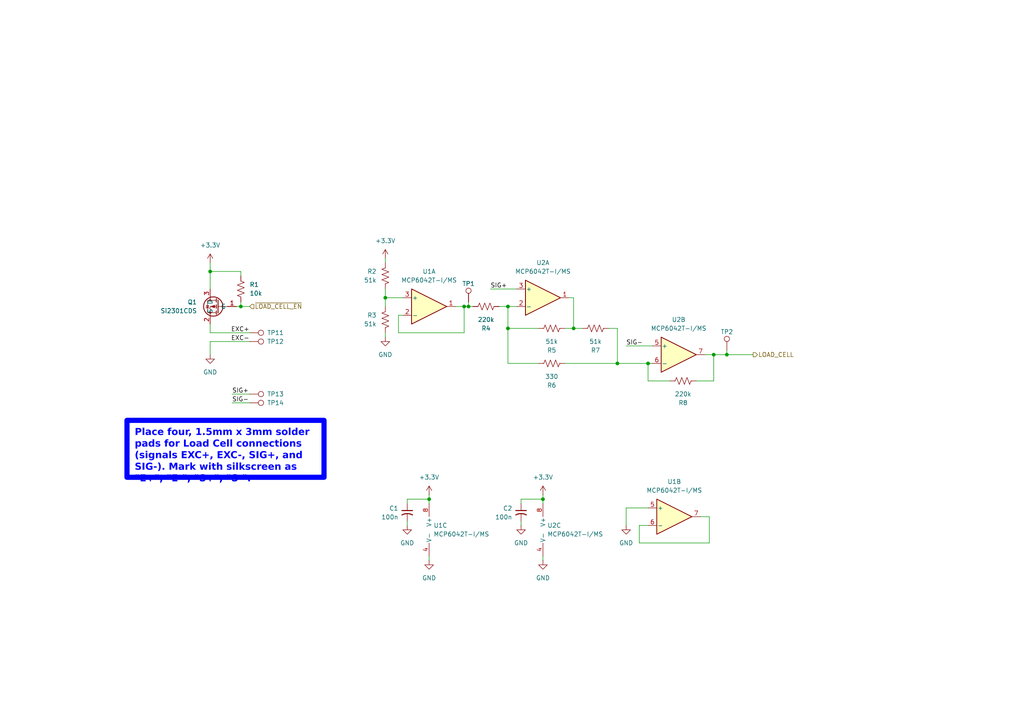
<source format=kicad_sch>
(kicad_sch (version 20250114) (generator "eeschema") (generator_version "9.0")
  (paper "A4")
  (title_block (title "Load Cell Amp") (rev "${REVISION}") (company "${COMPANY}"))
  (lib_symbols
    (symbol "Amplifier_Operational:MCP6L02x-xMS" (pin_names (offset 0.127))
      (property "Reference" "U" (at 2.54 6.35 0))
      (property "Value" "MCP6L02x-xMS" (at 2.54 3.81 0))
      (symbol "MCP6L02x-xMS_1_1"
        (polyline (pts (xy 5.08 0) (xy -5.08 5.08) (xy -5.08 -5.08) (xy 5.08 0)) (stroke (width 0.254)) (fill (type background)))
        (pin input line (at -7.62 2.54 0) (length 2.54) (name "+") (number "3"))
        (pin input line (at -7.62 -2.54 0) (length 2.54) (name "-") (number "2"))
        (pin output line (at 7.62 0 180) (length 2.54) (name "~") (number "1"))
      )
      (symbol "MCP6L02x-xMS_2_1"
        (polyline (pts (xy 5.08 0) (xy -5.08 5.08) (xy -5.08 -5.08) (xy 5.08 0)) (stroke (width 0.254)) (fill (type background)))
        (pin input line (at -7.62 2.54 0) (length 2.54) (name "+") (number "5"))
        (pin input line (at -7.62 -2.54 0) (length 2.54) (name "-") (number "6"))
        (pin output line (at 7.62 0 180) (length 2.54) (name "~") (number "7"))
      )
      (symbol "MCP6L02x-xMS_3_1"
        (pin power_in line (at 0 7.62 270) (length 3.81) (name "V+") (number "8"))
        (pin power_in line (at 0 -7.62 90) (length 3.81) (name "V-") (number "4"))
      )
    )
    (symbol "Asym_Transistor_FET:Si2301CDS"
      (property "Reference" "Q" (at 2.54 2.032 0))
      (property "Value" "Si2301CDS" (at 2.54 0 0))
      (symbol "Si2301CDS_0_1"
        (polyline (pts (xy -2.286 1.905) (xy -2.286 -1.905)) (stroke (width 0.254)))
        (polyline (pts (xy -2.286 0) (xy -5.08 0)))
        (polyline (pts (xy -1.778 2.286) (xy -1.778 1.27)) (stroke (width 0.254)))
        (polyline (pts (xy -1.778 1.778) (xy 0.762 1.778) (xy 0.762 -1.778) (xy -1.778 -1.778)))
        (polyline (pts (xy -1.778 0.508) (xy -1.778 -0.508)) (stroke (width 0.254)))
        (polyline (pts (xy -1.778 -1.27) (xy -1.778 -2.286)) (stroke (width 0.254)))
        (circle (center -0.889 0) (radius 2.794) (stroke (width 0.254)))
        (polyline (pts (xy -0.254 0) (xy -1.27 0.381) (xy -1.27 -0.381) (xy -0.254 0)) (fill (type outline)))
        (polyline (pts (xy 0 2.54) (xy 0 1.778)))
        (circle (center 0 1.778) (radius 0.254) (fill (type outline)))
        (circle (center 0 -1.778) (radius 0.254) (fill (type outline)))
        (polyline (pts (xy 0 -2.54) (xy 0 0) (xy -1.778 0)))
        (polyline (pts (xy 0.254 -0.508) (xy 0.381 -0.381) (xy 1.143 -0.381) (xy 1.27 -0.254)))
        (polyline (pts (xy 0.762 -0.381) (xy 0.381 0.254) (xy 1.143 0.254) (xy 0.762 -0.381)))
      )
      (symbol "Si2301CDS_1_1"
        (pin input line (at -7.62 0 0) (length 2.54) (name "G") (number "1"))
        (pin passive line (at 0 5.08 270) (length 2.54) (name "D") (number "3"))
        (pin passive line (at 0 -5.08 90) (length 2.54) (name "S") (number "2"))
      )
    )
    (symbol "Connector:TestPoint" (pin_numbers (hide yes)) (pin_names (offset 0.762) (hide yes))
      (property "Reference" "TP" (at 0 6.858 0))
      (property "Value" "TestPoint" (at 0 5.08 0))
      (symbol "TestPoint_0_1"
        (circle (center 0 3.302) (radius 0.762))
      )
      (symbol "TestPoint_1_1"
        (pin passive line (at 0 0 90) (length 2.54) (name "1") (number "1"))
      )
    )
    (symbol "Device:C_Small_US" (pin_numbers (hide yes)) (pin_names (offset 0.254) (hide yes))
      (property "Reference" "C" (at 0.254 1.778 0))
      (property "Value" "C_Small_US" (at 0.254 -2.032 0))
      (symbol "C_Small_US_0_1"
        (polyline (pts (xy -1.524 0.508) (xy 1.524 0.508)) (stroke (width 0.3048)))
        (arc (start -1.524 -0.762) (mid 0 -0.3734) (end 1.524 -0.762) (stroke (width 0.3048)))
      )
      (symbol "C_Small_US_1_1"
        (pin passive line (at 0 2.54 270) (length 2.032) (name "~") (number "1"))
        (pin passive line (at 0 -2.54 90) (length 2.032) (name "~") (number "2"))
      )
    )
    (symbol "Device:R_US" (pin_numbers (hide yes)) (pin_names (offset 0))
      (property "Reference" "R" (at 2.54 0 90))
      (property "Value" "R_US" (at -2.54 0 90))
      (symbol "R_US_0_1"
        (polyline (pts (xy 0 2.286) (xy 0 2.54)))
        (polyline (pts (xy 0 2.286) (xy 1.016 1.905) (xy 0 1.524) (xy -1.016 1.143) (xy 0 0.762)))
        (polyline (pts (xy 0 0.762) (xy 1.016 0.381) (xy 0 0) (xy -1.016 -0.381) (xy 0 -0.762)))
        (polyline (pts (xy 0 -0.762) (xy 1.016 -1.143) (xy 0 -1.524) (xy -1.016 -1.905) (xy 0 -2.286)))
        (polyline (pts (xy 0 -2.286) (xy 0 -2.54)))
      )
      (symbol "R_US_1_1"
        (pin passive line (at 0 3.81 270) (length 1.27) (name "~") (number "1"))
        (pin passive line (at 0 -3.81 90) (length 1.27) (name "~") (number "2"))
      )
    )
    (symbol "power:+3.3V" (power) (pin_numbers (hide yes)) (pin_names (offset 0) (hide yes))
      (property "Value" "+3.3V" (at 0 3.556 0))
      (symbol "+3.3V_0_1"
        (polyline (pts (xy -0.762 1.27) (xy 0 2.54)))
        (polyline (pts (xy 0 2.54) (xy 0.762 1.27)))
        (polyline (pts (xy 0 0) (xy 0 2.54)))
      )
      (symbol "+3.3V_1_1"
        (pin power_in line (at 0 0 90) (length 0) (name "~") (number "1"))
      )
    )
    (symbol "power:GND" (power) (pin_numbers (hide yes)) (pin_names (offset 0) (hide yes))
      (property "Value" "GND" (at 0 -3.81 0))
      (symbol "GND_0_1"
        (polyline (pts (xy 0 0) (xy 0 -1.27) (xy 1.27 -1.27) (xy 0 -2.54) (xy -1.27 -1.27) (xy 0 -1.27)))
      )
      (symbol "GND_1_1"
        (pin power_in line (at 0 0 270) (length 0) (name "~") (number "1"))
      )
    )
  )
  (text_box "Place four, 1.5mm x 3mm solder pads for Load Cell connections (signals EXC+, EXC-, SIG+, and SIG-). Mark with silkscreen as \"E+\", \"E-\", \"S+\", \"S-\"." (at 36.83 121.92 0) (size 57.15 16.51) (margins 2.25 2.25 2.25 2.25) (stroke (width 1.5) (color 0 0 255 1)) (effects (font (size 2 2) (thickness 0.4) (bold yes)) (justify left top)))
  (junction (at 147.32 95.25))
  (junction (at 157.48 144.78))
  (junction (at 166.37 95.25))
  (junction (at 69.85 88.9))
  (junction (at 147.32 88.9))
  (junction (at 210.82 102.87))
  (junction (at 60.96 78.74))
  (junction (at 187.96 105.41))
  (junction (at 111.76 86.36))
  (junction (at 207.01 102.87))
  (junction (at 135.89 88.9))
  (junction (at 124.46 144.78))
  (junction (at 134.62 88.9))
  (junction (at 179.07 105.41))
  (wire (pts (xy 157.48 161.29) (xy 157.48 162.56)))
  (wire (pts (xy 181.61 100.33) (xy 189.23 100.33)))
  (wire (pts (xy 207.01 102.87) (xy 207.01 110.49)))
  (wire (pts (xy 165.1 86.36) (xy 166.37 86.36)))
  (wire (pts (xy 72.39 99.06) (xy 60.96 99.06)))
  (wire (pts (xy 134.62 96.52) (xy 134.62 88.9)))
  (wire (pts (xy 118.11 146.05) (xy 118.11 144.78)))
  (wire (pts (xy 204.47 102.87) (xy 207.01 102.87)))
  (wire (pts (xy 185.42 152.4) (xy 187.96 152.4)))
  (wire (pts (xy 147.32 95.25) (xy 147.32 88.9)))
  (wire (pts (xy 118.11 151.13) (xy 118.11 152.4)))
  (wire (pts (xy 134.62 88.9) (xy 135.89 88.9)))
  (wire (pts (xy 115.57 96.52) (xy 134.62 96.52)))
  (wire (pts (xy 147.32 88.9) (xy 149.86 88.9)))
  (wire (pts (xy 111.76 86.36) (xy 111.76 83.82)))
  (wire (pts (xy 205.74 149.86) (xy 205.74 157.48)))
  (wire (pts (xy 187.96 110.49) (xy 187.96 105.41)))
  (wire (pts (xy 67.31 114.3) (xy 72.39 114.3)))
  (wire (pts (xy 116.84 86.36) (xy 111.76 86.36)))
  (wire (pts (xy 179.07 105.41) (xy 187.96 105.41)))
  (wire (pts (xy 210.82 101.6) (xy 210.82 102.87)))
  (wire (pts (xy 60.96 93.98) (xy 60.96 96.52)))
  (wire (pts (xy 144.78 88.9) (xy 147.32 88.9)))
  (wire (pts (xy 179.07 95.25) (xy 176.53 95.25)))
  (wire (pts (xy 60.96 99.06) (xy 60.96 102.87)))
  (wire (pts (xy 151.13 151.13) (xy 151.13 152.4)))
  (wire (pts (xy 205.74 157.48) (xy 185.42 157.48)))
  (wire (pts (xy 60.96 78.74) (xy 60.96 83.82)))
  (wire (pts (xy 135.89 88.9) (xy 137.16 88.9)))
  (wire (pts (xy 124.46 161.29) (xy 124.46 162.56)))
  (wire (pts (xy 142.24 83.82) (xy 149.86 83.82)))
  (wire (pts (xy 163.83 105.41) (xy 179.07 105.41)))
  (wire (pts (xy 210.82 102.87) (xy 207.01 102.87)))
  (wire (pts (xy 157.48 144.78) (xy 157.48 146.05)))
  (wire (pts (xy 124.46 144.78) (xy 124.46 146.05)))
  (wire (pts (xy 179.07 105.41) (xy 179.07 95.25)))
  (wire (pts (xy 115.57 91.44) (xy 115.57 96.52)))
  (wire (pts (xy 166.37 86.36) (xy 166.37 95.25)))
  (wire (pts (xy 60.96 96.52) (xy 72.39 96.52)))
  (wire (pts (xy 207.01 110.49) (xy 201.93 110.49)))
  (wire (pts (xy 69.85 88.9) (xy 72.39 88.9)))
  (wire (pts (xy 157.48 143.51) (xy 157.48 144.78)))
  (wire (pts (xy 118.11 144.78) (xy 124.46 144.78)))
  (wire (pts (xy 156.21 95.25) (xy 147.32 95.25)))
  (wire (pts (xy 185.42 157.48) (xy 185.42 152.4)))
  (wire (pts (xy 69.85 78.74) (xy 60.96 78.74)))
  (wire (pts (xy 156.21 105.41) (xy 147.32 105.41)))
  (wire (pts (xy 166.37 95.25) (xy 168.91 95.25)))
  (wire (pts (xy 166.37 95.25) (xy 163.83 95.25)))
  (wire (pts (xy 187.96 147.32) (xy 181.61 147.32)))
  (wire (pts (xy 111.76 74.93) (xy 111.76 76.2)))
  (wire (pts (xy 67.31 116.84) (xy 72.39 116.84)))
  (wire (pts (xy 181.61 147.32) (xy 181.61 152.4)))
  (wire (pts (xy 194.31 110.49) (xy 187.96 110.49)))
  (wire (pts (xy 116.84 91.44) (xy 115.57 91.44)))
  (wire (pts (xy 203.2 149.86) (xy 205.74 149.86)))
  (wire (pts (xy 132.08 88.9) (xy 134.62 88.9)))
  (wire (pts (xy 60.96 76.2) (xy 60.96 78.74)))
  (wire (pts (xy 111.76 86.36) (xy 111.76 88.9)))
  (wire (pts (xy 135.89 87.63) (xy 135.89 88.9)))
  (wire (pts (xy 111.76 96.52) (xy 111.76 97.79)))
  (wire (pts (xy 124.46 143.51) (xy 124.46 144.78)))
  (wire (pts (xy 151.13 146.05) (xy 151.13 144.78)))
  (wire (pts (xy 147.32 105.41) (xy 147.32 95.25)))
  (wire (pts (xy 69.85 80.01) (xy 69.85 78.74)))
  (wire (pts (xy 68.58 88.9) (xy 69.85 88.9)))
  (wire (pts (xy 210.82 102.87) (xy 218.44 102.87)))
  (wire (pts (xy 151.13 144.78) (xy 157.48 144.78)))
  (wire (pts (xy 69.85 87.63) (xy 69.85 88.9)))
  (wire (pts (xy 187.96 105.41) (xy 189.23 105.41)))
  (label "EXC+" (at 72.39 96.52 180))
  (label "SIG-" (at 67.31 116.84 0))
  (label "SIG+" (at 67.31 114.3 0))
  (label "SIG+" (at 142.24 83.82 0))
  (label "SIG-" (at 181.61 100.33 0))
  (label "EXC-" (at 72.39 99.06 180))
  (hierarchical_label "LOAD_CELL" (shape output) (at 218.44 102.87 0))
  (hierarchical_label "~{LOAD_CELL_EN}" (shape input) (at 72.39 88.9 0))
  (symbol (lib_id "power:GND") (at 118.11 152.4 0) (unit 1)
    (property "Reference" "#PWR06" (effects (hide yes)))
    (property "Value" "GND" (at 118.11 157.48 0))
    (property "Description" "Power symbol creates a global label with name \"GND\" , ground" (effects (hide yes)))
  )
  (symbol (lib_id "Amplifier_Operational:MCP6L02x-xMS") (at 124.46 88.9 0) (unit 1)
    (property "Reference" "U1" (at 124.46 78.74 0))
    (property "Value" "MCP6042T-I/MS" (at 124.46 81.28 0))
    (property "Footprint" "Package_SO:MSOP-8_3x3mm_P0.65mm" (effects (hide yes)))
    (property "Datasheet" "http://ww1.microchip.com/downloads/en/devicedoc/22140b.pdf" (effects (hide yes)))
    (property "Description" "Dual, 1 MHz, 85µA, Rail-to-Rail input and output, MSOP-8" (effects (hide yes)))
    (property "LCSC" "C627438" (effects (hide yes)))
    (property "Manufacturer" "Microchip" (effects (hide yes)))
    (property "Manufacturer PN" "MCP6042-I/MS" (effects (hide yes)))
  )
  (symbol (lib_id "Amplifier_Operational:MCP6L02x-xMS") (at 195.58 149.86 0) (unit 2)
    (property "Reference" "U1" (at 195.58 139.7 0))
    (property "Value" "MCP6042T-I/MS" (at 195.58 142.24 0))
    (property "Footprint" "Package_SO:MSOP-8_3x3mm_P0.65mm" (effects (hide yes)))
    (property "Datasheet" "http://ww1.microchip.com/downloads/en/devicedoc/22140b.pdf" (effects (hide yes)))
    (property "Description" "Dual, 1 MHz, 85µA, Rail-to-Rail input and output, MSOP-8" (effects (hide yes)))
    (property "LCSC" "C627438" (effects (hide yes)))
    (property "Manufacturer" "Microchip" (effects (hide yes)))
    (property "Manufacturer PN" "MCP6042-I/MS" (effects (hide yes)))
  )
  (symbol (lib_id "Amplifier_Operational:MCP6L02x-xMS") (at 124.46 153.67 0) (unit 3)
    (property "Reference" "U1" (at 125.73 152.3999 0) (effects (justify left)))
    (property "Value" "MCP6042T-I/MS" (at 125.73 154.9399 0) (effects (justify left)))
    (property "Footprint" "Package_SO:MSOP-8_3x3mm_P0.65mm" (effects (hide yes)))
    (property "Datasheet" "http://ww1.microchip.com/downloads/en/devicedoc/22140b.pdf" (effects (hide yes)))
    (property "Description" "Dual, 1 MHz, 85µA, Rail-to-Rail input and output, MSOP-8" (effects (hide yes)))
    (property "LCSC" "C627438" (effects (hide yes)))
    (property "Manufacturer" "Microchip" (effects (hide yes)))
    (property "Manufacturer PN" "MCP6042-I/MS" (effects (hide yes)))
  )
  (symbol (lib_id "Connector:TestPoint") (at 72.39 116.84 270) (unit 1)
    (property "Reference" "TP14" (at 77.47 116.84 90) (effects (justify left)))
    (property "Value" "TestPoint" (effects (hide yes)))
    (property "Footprint" "Connector_Wire:SolderWirePad_1x01_SMD_2x4mm" (effects (hide yes)))
    (property "Description" "test point" (effects (hide yes)))
  )
  (symbol (lib_id "Device:R_US") (at 111.76 92.71 0) (mirror x) (unit 1)
    (property "Reference" "R3" (at 109.22 91.4399 0) (effects (justify right)))
    (property "Value" "51k" (at 109.22 93.9799 0) (effects (justify right)))
    (property "Footprint" "Resistor_SMD:R_0603_1608Metric" (effects (hide yes)))
    (property "Datasheet" "https://www.royalohm.com/assets/pdf/products/smd/1.pdf" (effects (hide yes)))
    (property "Description" "Resistor, US symbol" (effects (hide yes)))
    (property "Manufacturer" "Uni-Royal" (effects (hide yes)))
    (property "Manufacturer PN" "0603WAF5102T5E" (effects (hide yes)))
    (property "LCSC" "C23196" (effects (hide yes)))
  )
  (symbol (lib_id "power:+3.3V") (at 157.48 143.51 0) (unit 1)
    (property "Reference" "#PWR010" (effects (hide yes)))
    (property "Value" "+3.3V" (at 157.48 138.43 0))
    (property "Description" "Power symbol creates a global label with name \"+3.3V\"" (effects (hide yes)))
  )
  (symbol (lib_id "power:GND") (at 151.13 152.4 0) (unit 1)
    (property "Reference" "#PWR09" (effects (hide yes)))
    (property "Value" "GND" (at 151.13 157.48 0))
    (property "Description" "Power symbol creates a global label with name \"GND\" , ground" (effects (hide yes)))
  )
  (symbol (lib_id "Connector:TestPoint") (at 72.39 99.06 270) (unit 1)
    (property "Reference" "TP12" (at 77.47 99.06 90) (effects (justify left)))
    (property "Value" "TestPoint" (effects (hide yes)))
    (property "Footprint" "Connector_Wire:SolderWirePad_1x01_SMD_2x4mm" (effects (hide yes)))
    (property "Description" "test point" (effects (hide yes)))
  )
  (symbol (lib_id "Amplifier_Operational:MCP6L02x-xMS") (at 196.85 102.87 0) (unit 2)
    (property "Reference" "U2" (at 196.85 92.71 0))
    (property "Value" "MCP6042T-I/MS" (at 196.85 95.25 0))
    (property "Footprint" "Package_SO:MSOP-8_3x3mm_P0.65mm" (effects (hide yes)))
    (property "Datasheet" "http://ww1.microchip.com/downloads/en/devicedoc/22140b.pdf" (effects (hide yes)))
    (property "Description" "Dual, 1 MHz, 85µA, Rail-to-Rail input and output, MSOP-8" (effects (hide yes)))
    (property "LCSC" "C627438" (effects (hide yes)))
    (property "Manufacturer" "Microchip" (effects (hide yes)))
    (property "Manufacturer PN" "MCP6042-I/MS" (effects (hide yes)))
  )
  (symbol (lib_id "Device:R_US") (at 140.97 88.9 270) (unit 1)
    (property "Reference" "R4" (at 140.97 95.25 90))
    (property "Value" "220k" (at 140.97 92.71 90))
    (property "Footprint" "Resistor_SMD:R_0603_1608Metric" (effects (hide yes)))
    (property "Datasheet" "https://www.royalohm.com/assets/pdf/products/smd/1.pdf" (effects (hide yes)))
    (property "Description" "Resistor, US symbol" (effects (hide yes)))
    (property "Manufacturer" "Uni-Royal" (effects (hide yes)))
    (property "Manufacturer PN" "0603WAF2203T5E" (effects (hide yes)))
    (property "LCSC" "C22961" (effects (hide yes)))
  )
  (symbol (lib_id "Asym_Transistor_FET:Si2301CDS") (at 60.96 88.9 0) (mirror y) (unit 1)
    (property "Reference" "Q1" (at 57.15 87.6299 0) (effects (justify left)))
    (property "Value" "Si2301CDS" (at 57.15 90.1699 0) (effects (justify left)))
    (property "Footprint" "Package_TO_SOT_SMD:SOT-23" (effects (hide yes)))
    (property "Datasheet" "https://www.vishay.com/doc/?68741" (effects (hide yes)))
    (property "Description" "-3.1A Id, -20V Vds, P-Channel MOSFET, SOT-23" (effects (hide yes)))
    (property "Manufacturer" "Vishay" (effects (hide yes)))
    (property "Manufacturer PN" "Si2301CDS-T1-GE3" (effects (hide yes)))
    (property "LCSC" "C10487" (effects (hide yes)))
  )
  (symbol (lib_id "Device:R_US") (at 198.12 110.49 270) (unit 1)
    (property "Reference" "R8" (at 198.12 116.84 90))
    (property "Value" "220k" (at 198.12 114.3 90))
    (property "Footprint" "Resistor_SMD:R_0603_1608Metric" (effects (hide yes)))
    (property "Datasheet" "https://www.royalohm.com/assets/pdf/products/smd/1.pdf" (effects (hide yes)))
    (property "Description" "Resistor, US symbol" (effects (hide yes)))
    (property "Manufacturer" "Uni-Royal" (effects (hide yes)))
    (property "Manufacturer PN" "0603WAF2203T5E" (effects (hide yes)))
    (property "LCSC" "C22961" (effects (hide yes)))
  )
  (symbol (lib_id "power:+3.3V") (at 111.76 74.93 0) (unit 1)
    (property "Reference" "#PWR04" (effects (hide yes)))
    (property "Value" "+3.3V" (at 111.76 69.85 0))
    (property "Description" "Power symbol creates a global label with name \"+3.3V\"" (effects (hide yes)))
  )
  (symbol (lib_id "power:+3.3V") (at 60.96 76.2 0) (unit 1)
    (property "Reference" "#PWR02" (effects (hide yes)))
    (property "Value" "+3.3V" (at 60.96 71.12 0))
    (property "Description" "Power symbol creates a global label with name \"+3.3V\"" (effects (hide yes)))
  )
  (symbol (lib_id "Device:C_Small_US") (at 118.11 148.59 0) (mirror y) (unit 1)
    (property "Reference" "C1" (at 115.57 147.4469 0) (effects (justify left)))
    (property "Value" "100n" (at 115.57 149.9869 0) (effects (justify left)))
    (property "Footprint" "Capacitor_SMD:C_0603_1608Metric" (effects (hide yes)))
    (property "Datasheet" "https://yageogroup.com/download/specsheet/CC0603KRX7R9BB104" (effects (hide yes)))
    (property "Description" "capacitor, small US symbol" (effects (hide yes)))
    (property "Manufacturer" "YAGEO" (effects (hide yes)))
    (property "Manufacturer PN" "CC0603KRX7R9BB104" (effects (hide yes)))
    (property "LCSC" "C14663" (effects (hide yes)))
  )
  (symbol (lib_id "Connector:TestPoint") (at 72.39 114.3 270) (unit 1)
    (property "Reference" "TP13" (at 77.47 114.3 90) (effects (justify left)))
    (property "Value" "TestPoint" (effects (hide yes)))
    (property "Footprint" "Connector_Wire:SolderWirePad_1x01_SMD_2x4mm" (effects (hide yes)))
    (property "Description" "test point" (effects (hide yes)))
  )
  (symbol (lib_id "Amplifier_Operational:MCP6L02x-xMS") (at 157.48 153.67 0) (unit 3)
    (property "Reference" "U2" (at 158.75 152.3999 0) (effects (justify left)))
    (property "Value" "MCP6042T-I/MS" (at 158.75 154.9399 0) (effects (justify left)))
    (property "Footprint" "Package_SO:MSOP-8_3x3mm_P0.65mm" (effects (hide yes)))
    (property "Datasheet" "http://ww1.microchip.com/downloads/en/devicedoc/22140b.pdf" (effects (hide yes)))
    (property "Description" "Dual, 1 MHz, 85µA, Rail-to-Rail input and output, MSOP-8" (effects (hide yes)))
    (property "LCSC" "C627438" (effects (hide yes)))
    (property "Manufacturer" "Microchip" (effects (hide yes)))
    (property "Manufacturer PN" "MCP6042-I/MS" (effects (hide yes)))
  )
  (symbol (lib_id "power:GND") (at 60.96 102.87 0) (unit 1)
    (property "Reference" "#PWR03" (effects (hide yes)))
    (property "Value" "GND" (at 60.96 107.95 0))
    (property "Description" "Power symbol creates a global label with name \"GND\" , ground" (effects (hide yes)))
  )
  (symbol (lib_id "Device:R_US") (at 172.72 95.25 270) (unit 1)
    (property "Reference" "R7" (at 172.72 101.6 90))
    (property "Value" "51k" (at 172.72 99.06 90))
    (property "Footprint" "Resistor_SMD:R_0603_1608Metric" (effects (hide yes)))
    (property "Datasheet" "https://www.royalohm.com/assets/pdf/products/smd/1.pdf" (effects (hide yes)))
    (property "Description" "Resistor, US symbol" (effects (hide yes)))
    (property "Manufacturer" "Uni-Royal" (effects (hide yes)))
    (property "Manufacturer PN" "0603WAF5102T5E" (effects (hide yes)))
    (property "LCSC" "C23196" (effects (hide yes)))
  )
  (symbol (lib_id "Device:C_Small_US") (at 151.13 148.59 0) (mirror y) (unit 1)
    (property "Reference" "C2" (at 148.59 147.4469 0) (effects (justify left)))
    (property "Value" "100n" (at 148.59 149.9869 0) (effects (justify left)))
    (property "Footprint" "Capacitor_SMD:C_0603_1608Metric" (effects (hide yes)))
    (property "Datasheet" "https://yageogroup.com/download/specsheet/CC0603KRX7R9BB104" (effects (hide yes)))
    (property "Description" "capacitor, small US symbol" (effects (hide yes)))
    (property "Manufacturer" "YAGEO" (effects (hide yes)))
    (property "Manufacturer PN" "CC0603KRX7R9BB104" (effects (hide yes)))
    (property "LCSC" "C14663" (effects (hide yes)))
  )
  (symbol (lib_id "power:GND") (at 111.76 97.79 0) (unit 1)
    (property "Reference" "#PWR05" (effects (hide yes)))
    (property "Value" "GND" (at 111.76 102.87 0))
    (property "Description" "Power symbol creates a global label with name \"GND\" , ground" (effects (hide yes)))
  )
  (symbol (lib_id "Amplifier_Operational:MCP6L02x-xMS") (at 157.48 86.36 0) (unit 1)
    (property "Reference" "U2" (at 157.48 76.2 0))
    (property "Value" "MCP6042T-I/MS" (at 157.48 78.74 0))
    (property "Footprint" "Package_SO:MSOP-8_3x3mm_P0.65mm" (effects (hide yes)))
    (property "Datasheet" "http://ww1.microchip.com/downloads/en/devicedoc/22140b.pdf" (effects (hide yes)))
    (property "Description" "Dual, 1 MHz, 85µA, Rail-to-Rail input and output, MSOP-8" (effects (hide yes)))
    (property "LCSC" "C627438" (effects (hide yes)))
    (property "Manufacturer" "Microchip" (effects (hide yes)))
    (property "Manufacturer PN" "MCP6042-I/MS" (effects (hide yes)))
  )
  (symbol (lib_id "power:GND") (at 124.46 162.56 0) (unit 1)
    (property "Reference" "#PWR08" (effects (hide yes)))
    (property "Value" "GND" (at 124.46 167.64 0))
    (property "Description" "Power symbol creates a global label with name \"GND\" , ground" (effects (hide yes)))
  )
  (symbol (lib_id "Device:R_US") (at 69.85 83.82 0) (unit 1)
    (property "Reference" "R1" (at 72.39 82.5499 0) (effects (justify left)))
    (property "Value" "10k" (at 72.39 85.0899 0) (effects (justify left)))
    (property "Footprint" "Resistor_SMD:R_0603_1608Metric" (effects (hide yes)))
    (property "Datasheet" "https://www.royalohm.com/assets/pdf/products/smd/1.pdf" (effects (hide yes)))
    (property "Description" "Resistor, US symbol" (effects (hide yes)))
    (property "Manufacturer" "Uni-Royal" (effects (hide yes)))
    (property "Manufacturer PN" "0603WAF1002T5E" (effects (hide yes)))
    (property "LCSC" "C25804" (effects (hide yes)))
  )
  (symbol (lib_id "Connector:TestPoint") (at 72.39 96.52 270) (unit 1)
    (property "Reference" "TP11" (at 77.47 96.52 90) (effects (justify left)))
    (property "Value" "TestPoint" (effects (hide yes)))
    (property "Footprint" "Connector_Wire:SolderWirePad_1x01_SMD_2x4mm" (effects (hide yes)))
    (property "Description" "test point" (effects (hide yes)))
  )
  (symbol (lib_id "Connector:TestPoint") (at 210.82 101.6 0) (unit 1)
    (property "Reference" "TP2" (at 210.82 96.266 0))
    (property "Value" "TestPoint" (effects (hide yes)))
    (property "Footprint" "TestPoint:TestPoint_Pad_D1.5mm" (effects (hide yes)))
    (property "Description" "test point" (effects (hide yes)))
  )
  (symbol (lib_id "Device:R_US") (at 160.02 105.41 270) (unit 1)
    (property "Reference" "R6" (at 160.02 111.76 90))
    (property "Value" "330" (at 160.02 109.22 90))
    (property "Footprint" "Resistor_SMD:R_0603_1608Metric" (effects (hide yes)))
    (property "Datasheet" "https://www.royalohm.com/assets/pdf/products/smd/1.pdf" (effects (hide yes)))
    (property "Description" "Resistor, US symbol" (effects (hide yes)))
    (property "Manufacturer" "Uni-Royal" (effects (hide yes)))
    (property "Manufacturer PN" "0603WAF3300T5E" (effects (hide yes)))
    (property "LCSC" "C23138" (effects (hide yes)))
  )
  (symbol (lib_id "Device:R_US") (at 160.02 95.25 270) (unit 1)
    (property "Reference" "R5" (at 160.02 101.6 90))
    (property "Value" "51k" (at 160.02 99.06 90))
    (property "Footprint" "Resistor_SMD:R_0603_1608Metric" (effects (hide yes)))
    (property "Datasheet" "https://www.royalohm.com/assets/pdf/products/smd/1.pdf" (effects (hide yes)))
    (property "Description" "Resistor, US symbol" (effects (hide yes)))
    (property "Manufacturer" "Uni-Royal" (effects (hide yes)))
    (property "Manufacturer PN" "0603WAF5102T5E" (effects (hide yes)))
    (property "LCSC" "C23196" (effects (hide yes)))
  )
  (symbol (lib_id "power:GND") (at 157.48 162.56 0) (unit 1)
    (property "Reference" "#PWR011" (effects (hide yes)))
    (property "Value" "GND" (at 157.48 167.64 0))
    (property "Description" "Power symbol creates a global label with name \"GND\" , ground" (effects (hide yes)))
  )
  (symbol (lib_id "Device:R_US") (at 111.76 80.01 0) (mirror x) (unit 1)
    (property "Reference" "R2" (at 109.22 78.7399 0) (effects (justify right)))
    (property "Value" "51k" (at 109.22 81.2799 0) (effects (justify right)))
    (property "Footprint" "Resistor_SMD:R_0603_1608Metric" (effects (hide yes)))
    (property "Datasheet" "https://www.royalohm.com/assets/pdf/products/smd/1.pdf" (effects (hide yes)))
    (property "Description" "Resistor, US symbol" (effects (hide yes)))
    (property "Manufacturer" "Uni-Royal" (effects (hide yes)))
    (property "Manufacturer PN" "0603WAF5102T5E" (effects (hide yes)))
    (property "LCSC" "C23196" (effects (hide yes)))
  )
  (symbol (lib_id "power:GND") (at 181.61 152.4 0) (unit 1)
    (property "Reference" "#PWR01" (effects (hide yes)))
    (property "Value" "GND" (at 181.61 157.48 0))
    (property "Description" "Power symbol creates a global label with name \"GND\" , ground" (effects (hide yes)))
  )
  (symbol (lib_id "Connector:TestPoint") (at 135.89 87.63 0) (unit 1)
    (property "Reference" "TP1" (at 135.89 82.296 0))
    (property "Value" "TestPoint" (effects (hide yes)))
    (property "Footprint" "TestPoint:TestPoint_Pad_D1.5mm" (effects (hide yes)))
    (property "Description" "test point" (effects (hide yes)))
  )
  (symbol (lib_id "power:+3.3V") (at 124.46 143.51 0) (unit 1)
    (property "Reference" "#PWR07" (effects (hide yes)))
    (property "Value" "+3.3V" (at 124.46 138.43 0))
    (property "Description" "Power symbol creates a global label with name \"+3.3V\"" (effects (hide yes)))
  )
)
</source>
